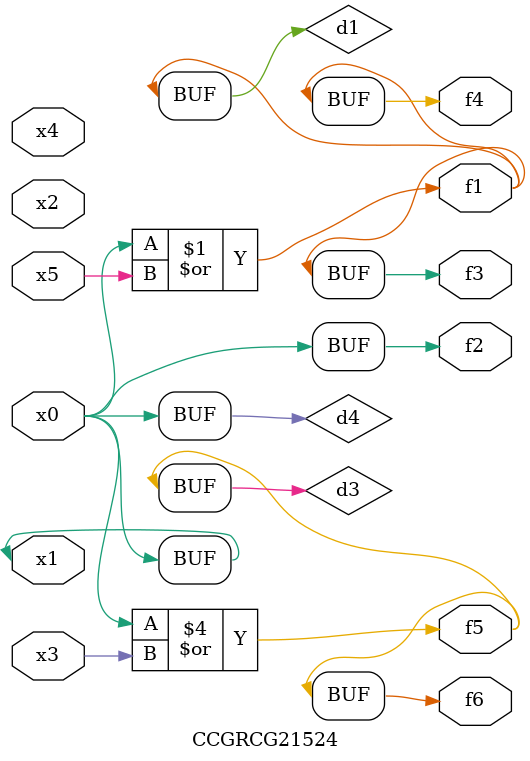
<source format=v>
module CCGRCG21524(
	input x0, x1, x2, x3, x4, x5,
	output f1, f2, f3, f4, f5, f6
);

	wire d1, d2, d3, d4;

	or (d1, x0, x5);
	xnor (d2, x1, x4);
	or (d3, x0, x3);
	buf (d4, x0, x1);
	assign f1 = d1;
	assign f2 = d4;
	assign f3 = d1;
	assign f4 = d1;
	assign f5 = d3;
	assign f6 = d3;
endmodule

</source>
